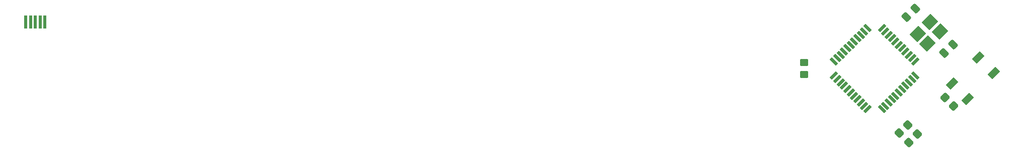
<source format=gbr>
%TF.GenerationSoftware,KiCad,Pcbnew,7.0.8*%
%TF.CreationDate,2023-10-19T20:38:54-05:00*%
%TF.ProjectId,VesselV2,56657373-656c-4563-922e-6b696361645f,rev?*%
%TF.SameCoordinates,Original*%
%TF.FileFunction,Paste,Top*%
%TF.FilePolarity,Positive*%
%FSLAX46Y46*%
G04 Gerber Fmt 4.6, Leading zero omitted, Abs format (unit mm)*
G04 Created by KiCad (PCBNEW 7.0.8) date 2023-10-19 20:38:54*
%MOMM*%
%LPD*%
G01*
G04 APERTURE LIST*
G04 Aperture macros list*
%AMRoundRect*
0 Rectangle with rounded corners*
0 $1 Rounding radius*
0 $2 $3 $4 $5 $6 $7 $8 $9 X,Y pos of 4 corners*
0 Add a 4 corners polygon primitive as box body*
4,1,4,$2,$3,$4,$5,$6,$7,$8,$9,$2,$3,0*
0 Add four circle primitives for the rounded corners*
1,1,$1+$1,$2,$3*
1,1,$1+$1,$4,$5*
1,1,$1+$1,$6,$7*
1,1,$1+$1,$8,$9*
0 Add four rect primitives between the rounded corners*
20,1,$1+$1,$2,$3,$4,$5,0*
20,1,$1+$1,$4,$5,$6,$7,0*
20,1,$1+$1,$6,$7,$8,$9,0*
20,1,$1+$1,$8,$9,$2,$3,0*%
%AMRotRect*
0 Rectangle, with rotation*
0 The origin of the aperture is its center*
0 $1 length*
0 $2 width*
0 $3 Rotation angle, in degrees counterclockwise*
0 Add horizontal line*
21,1,$1,$2,0,0,$3*%
G04 Aperture macros list end*
%ADD10R,0.500000X2.250000*%
%ADD11RoundRect,0.250000X-0.097227X0.574524X-0.574524X0.097227X0.097227X-0.574524X0.574524X-0.097227X0*%
%ADD12RoundRect,0.250000X-0.565685X-0.070711X-0.070711X-0.565685X0.565685X0.070711X0.070711X0.565685X0*%
%ADD13RoundRect,0.250000X0.070711X-0.565685X0.565685X-0.070711X-0.070711X0.565685X-0.565685X0.070711X0*%
%ADD14RoundRect,0.250000X-0.450000X0.350000X-0.450000X-0.350000X0.450000X-0.350000X0.450000X0.350000X0*%
%ADD15RotRect,1.800000X1.100000X45.000000*%
%ADD16RotRect,2.100000X1.800000X225.000000*%
%ADD17RotRect,1.500000X0.550000X135.000000*%
%ADD18RotRect,1.500000X0.550000X225.000000*%
%ADD19RoundRect,0.250000X0.097227X-0.574524X0.574524X-0.097227X-0.097227X0.574524X-0.574524X0.097227X0*%
G04 APERTURE END LIST*
D10*
%TO.C,USB1*%
X261925000Y-53975000D03*
X262725000Y-53975000D03*
X263525000Y-53975000D03*
X264325000Y-53975000D03*
X265125000Y-53975000D03*
%TD*%
D11*
%TO.C,C3*%
X417904623Y-57778477D03*
X416437377Y-59245723D03*
%TD*%
D12*
%TO.C,R4*%
X416577293Y-66761593D03*
X417991507Y-68175807D03*
%TD*%
D13*
%TO.C,R2*%
X410480293Y-74377407D03*
X411894507Y-72963193D03*
%TD*%
D14*
%TO.C,R5*%
X392844500Y-60850700D03*
X392844500Y-62850700D03*
%TD*%
D15*
%TO.C,SW1*%
X424753379Y-62616117D03*
X417753021Y-64383883D03*
X422137083Y-59999821D03*
X420369317Y-67000179D03*
%TD*%
D16*
%TO.C,Y1*%
X414070632Y-53936122D03*
X412020022Y-55986732D03*
X413646368Y-57613078D03*
X415696978Y-55562468D03*
%TD*%
D17*
%TO.C,U1*%
X405952782Y-68709636D03*
X406518467Y-68143950D03*
X407084152Y-67578265D03*
X407649838Y-67012580D03*
X408215523Y-66446894D03*
X408781209Y-65881209D03*
X409346894Y-65315523D03*
X409912580Y-64749838D03*
X410478265Y-64184152D03*
X411043950Y-63618467D03*
X411609636Y-63052782D03*
D18*
X411609636Y-60648618D03*
X411043950Y-60082933D03*
X410478265Y-59517248D03*
X409912580Y-58951562D03*
X409346894Y-58385877D03*
X408781209Y-57820191D03*
X408215523Y-57254506D03*
X407649838Y-56688820D03*
X407084152Y-56123135D03*
X406518467Y-55557450D03*
X405952782Y-54991764D03*
D17*
X403548618Y-54991764D03*
X402982933Y-55557450D03*
X402417248Y-56123135D03*
X401851562Y-56688820D03*
X401285877Y-57254506D03*
X400720191Y-57820191D03*
X400154506Y-58385877D03*
X399588820Y-58951562D03*
X399023135Y-59517248D03*
X398457450Y-60082933D03*
X397891764Y-60648618D03*
D18*
X397891764Y-63052782D03*
X398457450Y-63618467D03*
X399023135Y-64184152D03*
X399588820Y-64749838D03*
X400154506Y-65315523D03*
X400720191Y-65881209D03*
X401285877Y-66446894D03*
X401851562Y-67012580D03*
X402417248Y-67578265D03*
X402982933Y-68143950D03*
X403548618Y-68709636D03*
%TD*%
D19*
%TO.C,C1*%
X410087377Y-53139523D03*
X411554623Y-51672277D03*
%TD*%
D13*
%TO.C,R3*%
X408892793Y-72789907D03*
X410307007Y-71375693D03*
%TD*%
M02*

</source>
